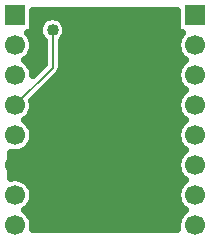
<source format=gbr>
G04 DipTrace 3.1.0.1*
G04 Bottom.gbr*
%MOIN*%
G04 #@! TF.FileFunction,Copper,L2,Bot*
G04 #@! TF.Part,Single*
G04 #@! TA.AperFunction,Conductor*
%ADD14C,0.007*%
G04 #@! TA.AperFunction,CopperBalancing*
%ADD16C,0.025*%
G04 #@! TA.AperFunction,ComponentPad*
%ADD20R,0.066929X0.066929*%
%ADD21C,0.066929*%
G04 #@! TA.AperFunction,ViaPad*
%ADD22C,0.04*%
%FSLAX26Y26*%
G04*
G70*
G90*
G75*
G01*
G04 Bottom*
%LPD*%
X494000Y869000D2*
D14*
X469000D1*
X594000Y1119000D2*
Y994000D1*
X469000Y869000D1*
D22*
X594000Y1119000D3*
X531469Y1156631D2*
D16*
X564182D1*
X623798D2*
X1006526D1*
X531469Y1131762D2*
X546778D1*
X641202D2*
X1006526D1*
X517975Y1106894D2*
X546600D1*
X641382D2*
X1020020D1*
X530033Y1082025D2*
X561491D1*
X626490D2*
X1007962D1*
X530283Y1057156D2*
X561491D1*
X626490D2*
X1007711D1*
X518908Y1032287D2*
X561491D1*
X626490D2*
X1019087D1*
X517545Y1007419D2*
X561491D1*
X626490D2*
X1020450D1*
X529925Y982550D2*
X537629D1*
X624228D2*
X1008070D1*
X602591Y957681D2*
X1007604D1*
X577723Y932812D2*
X1018692D1*
X552856Y907944D2*
X1020916D1*
X529782Y883075D2*
X1008214D1*
X530499Y858206D2*
X1007531D1*
X519698Y833337D2*
X1018297D1*
X516648Y808469D2*
X1021346D1*
X529675Y783600D2*
X1008357D1*
X530571Y758731D2*
X1007424D1*
X520093Y733862D2*
X1017902D1*
X459018Y708993D2*
X1021814D1*
X459018Y684125D2*
X1008465D1*
X459018Y659256D2*
X1007316D1*
X459018Y634387D2*
X1017543D1*
X515715Y609518D2*
X1022280D1*
X529387Y584650D2*
X1008608D1*
X530751Y559781D2*
X1007244D1*
X520846Y534912D2*
X1017184D1*
X515213Y510043D2*
X1022782D1*
X529243Y485175D2*
X1008752D1*
X530823Y460306D2*
X1007173D1*
X528965Y1181490D2*
Y1109035D1*
X513642D1*
X517512Y1104247D1*
X522429Y1096223D1*
X526030Y1087530D1*
X528226Y1078381D1*
X528965Y1069000D1*
X528226Y1059619D1*
X526030Y1050470D1*
X522429Y1041777D1*
X517512Y1033753D1*
X511402Y1026598D1*
X504247Y1020488D1*
X502059Y1019026D1*
X507944Y1014597D1*
X514597Y1007944D1*
X520129Y1000332D1*
X524400Y991948D1*
X527307Y982999D1*
X528780Y973705D1*
X528874Y971298D1*
X564025Y1006451D1*
X564000Y1083459D1*
X558642Y1088801D1*
X554352Y1094703D1*
X551039Y1101205D1*
X548785Y1108144D1*
X547643Y1115352D1*
Y1122648D1*
X548785Y1129856D1*
X551039Y1136795D1*
X554352Y1143297D1*
X558642Y1149199D1*
X563801Y1154358D1*
X569703Y1158648D1*
X576205Y1161961D1*
X583144Y1164215D1*
X590352Y1165357D1*
X597648D1*
X604856Y1164215D1*
X611795Y1161961D1*
X618297Y1158648D1*
X624199Y1154358D1*
X629358Y1149199D1*
X633648Y1143297D1*
X636961Y1136795D1*
X639215Y1129856D1*
X640357Y1122648D1*
Y1115352D1*
X639215Y1108144D1*
X636961Y1101205D1*
X633648Y1094703D1*
X629358Y1088801D1*
X624009Y1083491D1*
X623908Y991646D1*
X623171Y986996D1*
X621717Y982520D1*
X619579Y978325D1*
X616812Y974517D1*
X563248Y920822D1*
X526937Y884510D1*
X528226Y878381D1*
X528965Y869000D1*
X528226Y859619D1*
X526030Y850470D1*
X522429Y841777D1*
X517512Y833753D1*
X511402Y826598D1*
X504247Y820488D1*
X502059Y819026D1*
X507944Y814597D1*
X514597Y807944D1*
X520129Y800332D1*
X524400Y791948D1*
X527307Y782999D1*
X528780Y773705D1*
Y764295D1*
X527307Y755001D1*
X524400Y746052D1*
X520129Y737668D1*
X514597Y730056D1*
X507944Y723403D1*
X500332Y717871D1*
X491948Y713600D1*
X482999Y710693D1*
X473705Y709220D1*
X464295D1*
X456499Y710395D1*
X456500Y627640D1*
X464295Y628780D1*
X473705D1*
X482999Y627307D1*
X491948Y624400D1*
X500332Y620129D1*
X507944Y614597D1*
X514597Y607944D1*
X520129Y600332D1*
X524400Y591948D1*
X527307Y582999D1*
X528780Y573705D1*
Y564295D1*
X527307Y555001D1*
X524400Y546052D1*
X520129Y537668D1*
X514597Y530056D1*
X507944Y523403D1*
X502059Y519026D1*
X507944Y514597D1*
X514597Y507944D1*
X520129Y500332D1*
X524400Y491948D1*
X527307Y482999D1*
X528780Y473705D1*
Y464295D1*
X527605Y456499D1*
X1010360Y456500D1*
X1009220Y464295D1*
Y473705D1*
X1010693Y482999D1*
X1013600Y491948D1*
X1017871Y500332D1*
X1023403Y507944D1*
X1030056Y514597D1*
X1035941Y518974D1*
X1030056Y523403D1*
X1023403Y530056D1*
X1017871Y537668D1*
X1013600Y546052D1*
X1010693Y555001D1*
X1009220Y564295D1*
Y573705D1*
X1010693Y582999D1*
X1013600Y591948D1*
X1017871Y600332D1*
X1023403Y607944D1*
X1030056Y614597D1*
X1035941Y618974D1*
X1030056Y623403D1*
X1023403Y630056D1*
X1017871Y637668D1*
X1013600Y646052D1*
X1010693Y655001D1*
X1009220Y664295D1*
Y673705D1*
X1010693Y682999D1*
X1013600Y691948D1*
X1017871Y700332D1*
X1023403Y707944D1*
X1030056Y714597D1*
X1035941Y718974D1*
X1030056Y723403D1*
X1023403Y730056D1*
X1017871Y737668D1*
X1013600Y746052D1*
X1010693Y755001D1*
X1009220Y764295D1*
Y773705D1*
X1010693Y782999D1*
X1013600Y791948D1*
X1017871Y800332D1*
X1023403Y807944D1*
X1030056Y814597D1*
X1035941Y818974D1*
X1030056Y823403D1*
X1023403Y830056D1*
X1017871Y837668D1*
X1013600Y846052D1*
X1010693Y855001D1*
X1009220Y864295D1*
Y873705D1*
X1010693Y882999D1*
X1013600Y891948D1*
X1017871Y900332D1*
X1023403Y907944D1*
X1030056Y914597D1*
X1035941Y918974D1*
X1030056Y923403D1*
X1023403Y930056D1*
X1017871Y937668D1*
X1013600Y946052D1*
X1010693Y955001D1*
X1009220Y964295D1*
Y973705D1*
X1010693Y982999D1*
X1013600Y991948D1*
X1017871Y1000332D1*
X1023403Y1007944D1*
X1030056Y1014597D1*
X1035941Y1018974D1*
X1030056Y1023403D1*
X1023403Y1030056D1*
X1017871Y1037668D1*
X1013600Y1046052D1*
X1010693Y1055001D1*
X1009220Y1064295D1*
Y1073705D1*
X1010693Y1082999D1*
X1013600Y1091948D1*
X1017871Y1100332D1*
X1023403Y1107944D1*
X1024413Y1109038D1*
X1009035Y1109035D1*
Y1181486D1*
X528932Y1181500D1*
D20*
X469000Y1169000D3*
D21*
Y1069000D3*
Y969000D3*
Y869000D3*
Y769000D3*
Y669000D3*
Y569000D3*
Y469000D3*
D20*
X1069000Y1169000D3*
D21*
Y1069000D3*
Y969000D3*
Y869000D3*
Y769000D3*
Y669000D3*
Y569000D3*
Y469000D3*
M02*

</source>
